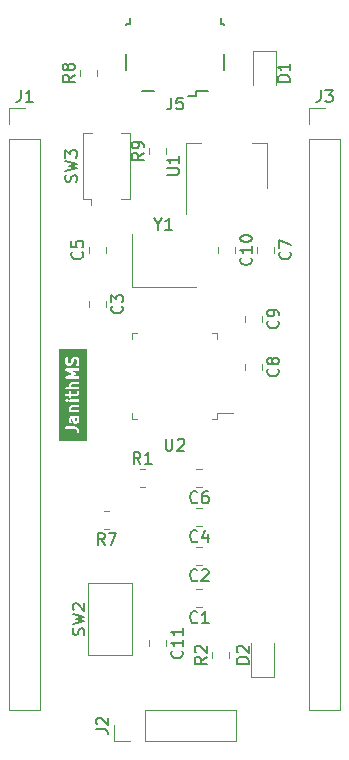
<source format=gbr>
G04 #@! TF.GenerationSoftware,KiCad,Pcbnew,7.0.5*
G04 #@! TF.CreationDate,2023-06-26T03:35:33+05:30*
G04 #@! TF.ProjectId,STM32_Dev_Board_v0.1,53544d33-325f-4446-9576-5f426f617264,rev?*
G04 #@! TF.SameCoordinates,Original*
G04 #@! TF.FileFunction,Legend,Top*
G04 #@! TF.FilePolarity,Positive*
%FSLAX46Y46*%
G04 Gerber Fmt 4.6, Leading zero omitted, Abs format (unit mm)*
G04 Created by KiCad (PCBNEW 7.0.5) date 2023-06-26 03:35:33*
%MOMM*%
%LPD*%
G01*
G04 APERTURE LIST*
%ADD10C,0.200000*%
%ADD11C,0.150000*%
%ADD12C,0.120000*%
G04 APERTURE END LIST*
D10*
G36*
X80622927Y-78261308D02*
G01*
X80622927Y-78452191D01*
X80600772Y-78496499D01*
X80556463Y-78518654D01*
X80508437Y-78518654D01*
X80464128Y-78496499D01*
X80441974Y-78452190D01*
X80441974Y-78243086D01*
X80442041Y-78242464D01*
X80613505Y-78242464D01*
X80622927Y-78261308D01*
G37*
G36*
X81463565Y-80163893D02*
G01*
X79077851Y-80163893D01*
X79077851Y-79062058D01*
X79619766Y-79062058D01*
X79644161Y-79115477D01*
X79693564Y-79147226D01*
X80420984Y-79147226D01*
X80526051Y-79182248D01*
X80587904Y-79244100D01*
X80622927Y-79349166D01*
X80622927Y-79442557D01*
X80635250Y-79484525D01*
X80679632Y-79522982D01*
X80737759Y-79531339D01*
X80791178Y-79506944D01*
X80822927Y-79457541D01*
X80822927Y-79345478D01*
X80827081Y-79329173D01*
X80818367Y-79303032D01*
X80810604Y-79276593D01*
X80809127Y-79275313D01*
X80771879Y-79163570D01*
X80766781Y-79140135D01*
X80752331Y-79125685D01*
X80740667Y-79108902D01*
X80731935Y-79105289D01*
X80654585Y-79027940D01*
X80639547Y-79009262D01*
X80620160Y-79002799D01*
X80602222Y-78993005D01*
X80592797Y-78993678D01*
X80480730Y-78956323D01*
X80466575Y-78947226D01*
X80439020Y-78947226D01*
X80411482Y-78946230D01*
X80409802Y-78947226D01*
X79708548Y-78947226D01*
X79666580Y-78959549D01*
X79628123Y-79003931D01*
X79619766Y-79062058D01*
X79077851Y-79062058D01*
X79077851Y-78296509D01*
X79952640Y-78296509D01*
X79956260Y-78305237D01*
X79956260Y-78470411D01*
X79953686Y-78494255D01*
X79962824Y-78512531D01*
X79968583Y-78532144D01*
X79975724Y-78538332D01*
X80020867Y-78628617D01*
X80050657Y-78660643D01*
X80107552Y-78675192D01*
X80163280Y-78656672D01*
X80200150Y-78610962D01*
X80206453Y-78552576D01*
X80156260Y-78452190D01*
X80156260Y-78308927D01*
X80178414Y-78264618D01*
X80222723Y-78242464D01*
X80232552Y-78242464D01*
X80241974Y-78261307D01*
X80241974Y-78470411D01*
X80239400Y-78494255D01*
X80248538Y-78512531D01*
X80254297Y-78532144D01*
X80261438Y-78538332D01*
X80288757Y-78592969D01*
X80288620Y-78596855D01*
X80301770Y-78618995D01*
X80306581Y-78628617D01*
X80309081Y-78631305D01*
X80318609Y-78647346D01*
X80328691Y-78652387D01*
X80336371Y-78660643D01*
X80354447Y-78665265D01*
X80435292Y-78705688D01*
X80455468Y-78718654D01*
X80475903Y-78718654D01*
X80496019Y-78722274D01*
X80504747Y-78718654D01*
X80574684Y-78718654D01*
X80598527Y-78721228D01*
X80616804Y-78712089D01*
X80636416Y-78706331D01*
X80642603Y-78699190D01*
X80697243Y-78671870D01*
X80701128Y-78672008D01*
X80723258Y-78658863D01*
X80732890Y-78654048D01*
X80735581Y-78651544D01*
X80751619Y-78642019D01*
X80756660Y-78631936D01*
X80764916Y-78624257D01*
X80769538Y-78606180D01*
X80809961Y-78525335D01*
X80822927Y-78505160D01*
X80822927Y-78484724D01*
X80826547Y-78464609D01*
X80822927Y-78455880D01*
X80822927Y-78243086D01*
X80825501Y-78219243D01*
X80816362Y-78200965D01*
X80813373Y-78190787D01*
X80817731Y-78185759D01*
X80826088Y-78127632D01*
X80801693Y-78074213D01*
X80752290Y-78042464D01*
X80687892Y-78042464D01*
X80671635Y-78038307D01*
X80659126Y-78042464D01*
X80306939Y-78042464D01*
X80290682Y-78038307D01*
X80278173Y-78042464D01*
X80204501Y-78042464D01*
X80180658Y-78039890D01*
X80162380Y-78049028D01*
X80142770Y-78054787D01*
X80136582Y-78061928D01*
X80081944Y-78089247D01*
X80078059Y-78089110D01*
X80055919Y-78102259D01*
X80046297Y-78107071D01*
X80043608Y-78109571D01*
X80027568Y-78119099D01*
X80022527Y-78129180D01*
X80014270Y-78136861D01*
X80009646Y-78154941D01*
X79969227Y-78235779D01*
X79956260Y-78255958D01*
X79956260Y-78276393D01*
X79952640Y-78296509D01*
X79077851Y-78296509D01*
X79077851Y-77391747D01*
X79952640Y-77391747D01*
X79956260Y-77400475D01*
X79956260Y-77518030D01*
X79953686Y-77541874D01*
X79962824Y-77560150D01*
X79968583Y-77579763D01*
X79975724Y-77585951D01*
X79982243Y-77598988D01*
X79961456Y-77622978D01*
X79953099Y-77681105D01*
X79977494Y-77734524D01*
X80026897Y-77766273D01*
X80125974Y-77766273D01*
X80129344Y-77768113D01*
X80155067Y-77766273D01*
X80737306Y-77766273D01*
X80779274Y-77753950D01*
X80817731Y-77709568D01*
X80826088Y-77651441D01*
X80801693Y-77598022D01*
X80752290Y-77566273D01*
X80192919Y-77566273D01*
X80186064Y-77559418D01*
X80156260Y-77499809D01*
X80156260Y-77404165D01*
X80178414Y-77359856D01*
X80222723Y-77337702D01*
X80737306Y-77337702D01*
X80779274Y-77325379D01*
X80817731Y-77280997D01*
X80826088Y-77222870D01*
X80801693Y-77169451D01*
X80752290Y-77137702D01*
X80204501Y-77137702D01*
X80180658Y-77135128D01*
X80162380Y-77144266D01*
X80142770Y-77150025D01*
X80136582Y-77157166D01*
X80081944Y-77184485D01*
X80078059Y-77184348D01*
X80055919Y-77197497D01*
X80046297Y-77202309D01*
X80043608Y-77204809D01*
X80027568Y-77214337D01*
X80022527Y-77224418D01*
X80014270Y-77232099D01*
X80009646Y-77250179D01*
X79969227Y-77331017D01*
X79956260Y-77351196D01*
X79956260Y-77371631D01*
X79952640Y-77391747D01*
X79077851Y-77391747D01*
X79077851Y-76754076D01*
X79618970Y-76754076D01*
X79621376Y-76765138D01*
X79619766Y-76776343D01*
X79624468Y-76786640D01*
X79625276Y-76797933D01*
X79629836Y-76804025D01*
X79631454Y-76811459D01*
X79639457Y-76819462D01*
X79644161Y-76829762D01*
X79653684Y-76835882D01*
X79660469Y-76844945D01*
X79667599Y-76847604D01*
X79694774Y-76874779D01*
X79708088Y-76892564D01*
X79728900Y-76900326D01*
X79748392Y-76910970D01*
X79755980Y-76910427D01*
X79763111Y-76913087D01*
X79784818Y-76908364D01*
X79806968Y-76906780D01*
X79813058Y-76902220D01*
X79820494Y-76900603D01*
X79836199Y-76884897D01*
X79853979Y-76871588D01*
X79856638Y-76864458D01*
X79870826Y-76850270D01*
X79874512Y-76849188D01*
X79886701Y-76835120D01*
X79901598Y-76823969D01*
X79905553Y-76813363D01*
X79912969Y-76804806D01*
X79914580Y-76793599D01*
X79920005Y-76783665D01*
X79919481Y-76776343D01*
X79953099Y-76776343D01*
X79977494Y-76829762D01*
X80026897Y-76861511D01*
X80737306Y-76861511D01*
X80779274Y-76849188D01*
X80817731Y-76804806D01*
X80826088Y-76746679D01*
X80801693Y-76693260D01*
X80752290Y-76661511D01*
X80041881Y-76661511D01*
X79999913Y-76673834D01*
X79961456Y-76718216D01*
X79953099Y-76776343D01*
X79919481Y-76776343D01*
X79919462Y-76776074D01*
X79922121Y-76768946D01*
X79919714Y-76757885D01*
X79921326Y-76746679D01*
X79916622Y-76736379D01*
X79915815Y-76725089D01*
X79911255Y-76718998D01*
X79909638Y-76711563D01*
X79901634Y-76703559D01*
X79896931Y-76693260D01*
X79887405Y-76687138D01*
X79880623Y-76678078D01*
X79873493Y-76675418D01*
X79846313Y-76648238D01*
X79833004Y-76630459D01*
X79812197Y-76622698D01*
X79792700Y-76612052D01*
X79785109Y-76612594D01*
X79777981Y-76609936D01*
X79756281Y-76614656D01*
X79734124Y-76616241D01*
X79728031Y-76620801D01*
X79720598Y-76622419D01*
X79704896Y-76638120D01*
X79687112Y-76651434D01*
X79684452Y-76658564D01*
X79670265Y-76672751D01*
X79666580Y-76673834D01*
X79654392Y-76687899D01*
X79639493Y-76699053D01*
X79635536Y-76709660D01*
X79628123Y-76718216D01*
X79626511Y-76729422D01*
X79621087Y-76739357D01*
X79621629Y-76746945D01*
X79618970Y-76754076D01*
X79077851Y-76754076D01*
X79077851Y-76300153D01*
X79619766Y-76300153D01*
X79644161Y-76353572D01*
X79693564Y-76385321D01*
X79956260Y-76385321D01*
X79956260Y-76442557D01*
X79968583Y-76484525D01*
X80012965Y-76522982D01*
X80071092Y-76531339D01*
X80124511Y-76506944D01*
X80156260Y-76457541D01*
X80156260Y-76385321D01*
X80574684Y-76385321D01*
X80598527Y-76387895D01*
X80616804Y-76378756D01*
X80636416Y-76372998D01*
X80642603Y-76365857D01*
X80697243Y-76338537D01*
X80701128Y-76338675D01*
X80723258Y-76325530D01*
X80732890Y-76320715D01*
X80735581Y-76318211D01*
X80751619Y-76308686D01*
X80756660Y-76298603D01*
X80764916Y-76290924D01*
X80769538Y-76272847D01*
X80809961Y-76192002D01*
X80822927Y-76171827D01*
X80822927Y-76151391D01*
X80826547Y-76131276D01*
X80822927Y-76122547D01*
X80822927Y-76032847D01*
X80810604Y-75990879D01*
X80766222Y-75952422D01*
X80708095Y-75944065D01*
X80654676Y-75968460D01*
X80622927Y-76017863D01*
X80622927Y-76118858D01*
X80600772Y-76163166D01*
X80556463Y-76185321D01*
X80156260Y-76185321D01*
X80156260Y-76032847D01*
X80143937Y-75990879D01*
X80099555Y-75952422D01*
X80041428Y-75944065D01*
X79988009Y-75968460D01*
X79956260Y-76017863D01*
X79956260Y-76185321D01*
X79708548Y-76185321D01*
X79666580Y-76197644D01*
X79628123Y-76242026D01*
X79619766Y-76300153D01*
X79077851Y-76300153D01*
X79077851Y-75728724D01*
X79619766Y-75728724D01*
X79644161Y-75782143D01*
X79693564Y-75813892D01*
X80125974Y-75813892D01*
X80129344Y-75815732D01*
X80155067Y-75813892D01*
X80737306Y-75813892D01*
X80779274Y-75801569D01*
X80817731Y-75757187D01*
X80826088Y-75699060D01*
X80801693Y-75645641D01*
X80752290Y-75613892D01*
X80192919Y-75613892D01*
X80186064Y-75607037D01*
X80156260Y-75547428D01*
X80156260Y-75451784D01*
X80178414Y-75407475D01*
X80222723Y-75385321D01*
X80737306Y-75385321D01*
X80779274Y-75372998D01*
X80817731Y-75328616D01*
X80826088Y-75270489D01*
X80801693Y-75217070D01*
X80752290Y-75185321D01*
X80204501Y-75185321D01*
X80180658Y-75182747D01*
X80162380Y-75191885D01*
X80142770Y-75197644D01*
X80136582Y-75204785D01*
X80081944Y-75232104D01*
X80078059Y-75231967D01*
X80055919Y-75245116D01*
X80046297Y-75249928D01*
X80043608Y-75252428D01*
X80027568Y-75261956D01*
X80022527Y-75272037D01*
X80014270Y-75279718D01*
X80009646Y-75297798D01*
X79969227Y-75378636D01*
X79956260Y-75398815D01*
X79956260Y-75419250D01*
X79952640Y-75439366D01*
X79956260Y-75448094D01*
X79956260Y-75565649D01*
X79953686Y-75589493D01*
X79962824Y-75607769D01*
X79964622Y-75613892D01*
X79708548Y-75613892D01*
X79666580Y-75626215D01*
X79628123Y-75670597D01*
X79619766Y-75728724D01*
X79077851Y-75728724D01*
X79077851Y-74809988D01*
X79618708Y-74809988D01*
X79620787Y-74816859D01*
X79619766Y-74823962D01*
X79629162Y-74844537D01*
X79635716Y-74866196D01*
X79641179Y-74870851D01*
X79644161Y-74877381D01*
X79663192Y-74889611D01*
X79680413Y-74904287D01*
X79687526Y-74905249D01*
X79693564Y-74909130D01*
X79716188Y-74909130D01*
X79738607Y-74912165D01*
X79745111Y-74909130D01*
X80737306Y-74909130D01*
X80779274Y-74896807D01*
X80817731Y-74852425D01*
X80826088Y-74794298D01*
X80801693Y-74740879D01*
X80752290Y-74709130D01*
X80173683Y-74709130D01*
X80478734Y-74566773D01*
X80504813Y-74555122D01*
X80513477Y-74541880D01*
X80525350Y-74531420D01*
X80529223Y-74517816D01*
X80536967Y-74505982D01*
X80537097Y-74490159D01*
X80541431Y-74474939D01*
X80537334Y-74461400D01*
X80537451Y-74447258D01*
X80529005Y-74433876D01*
X80524423Y-74418731D01*
X80513657Y-74409556D01*
X80506109Y-74397596D01*
X80491771Y-74390905D01*
X80479726Y-74380640D01*
X80465707Y-74378742D01*
X80173684Y-74242464D01*
X80737306Y-74242464D01*
X80779274Y-74230141D01*
X80817731Y-74185759D01*
X80826088Y-74127632D01*
X80801693Y-74074213D01*
X80752290Y-74042464D01*
X79730496Y-74042464D01*
X79708944Y-74039184D01*
X79688287Y-74048412D01*
X79666580Y-74054787D01*
X79661879Y-74060212D01*
X79655326Y-74063140D01*
X79642938Y-74082070D01*
X79628123Y-74099169D01*
X79627101Y-74106273D01*
X79623172Y-74112279D01*
X79622985Y-74134902D01*
X79619766Y-74157296D01*
X79622747Y-74163824D01*
X79622688Y-74171003D01*
X79634763Y-74190137D01*
X79644161Y-74210715D01*
X79650199Y-74214595D01*
X79654030Y-74220665D01*
X79674529Y-74230231D01*
X79693564Y-74242464D01*
X79700742Y-74242464D01*
X80200741Y-74475796D01*
X79687492Y-74715312D01*
X79666580Y-74721453D01*
X79651765Y-74738549D01*
X79634789Y-74753507D01*
X79632823Y-74760410D01*
X79628123Y-74765835D01*
X79624903Y-74788227D01*
X79618708Y-74809988D01*
X79077851Y-74809988D01*
X79077851Y-73541874D01*
X79620353Y-73541874D01*
X79629491Y-73560150D01*
X79635250Y-73579763D01*
X79642391Y-73585951D01*
X79675495Y-73652159D01*
X79679073Y-73668602D01*
X79698552Y-73688081D01*
X79717324Y-73708262D01*
X79719217Y-73708746D01*
X79738588Y-73728117D01*
X79747181Y-73742584D01*
X79771817Y-73754902D01*
X79796011Y-73768113D01*
X79797959Y-73767973D01*
X79863864Y-73800926D01*
X79884040Y-73813892D01*
X79904475Y-73813892D01*
X79924591Y-73817512D01*
X79933319Y-73813892D01*
X80003256Y-73813892D01*
X80027099Y-73816466D01*
X80045375Y-73807327D01*
X80064988Y-73801569D01*
X80071176Y-73794427D01*
X80137384Y-73761323D01*
X80153827Y-73757746D01*
X80173306Y-73738266D01*
X80193487Y-73719495D01*
X80193971Y-73717601D01*
X80213342Y-73698230D01*
X80227809Y-73689638D01*
X80240127Y-73665001D01*
X80253338Y-73640808D01*
X80253198Y-73638859D01*
X80280593Y-73584069D01*
X80289010Y-73576156D01*
X80293469Y-73558317D01*
X80294990Y-73555277D01*
X80296943Y-73544422D01*
X80341088Y-73367840D01*
X80376540Y-73296937D01*
X80401210Y-73272268D01*
X80460818Y-73242464D01*
X80508844Y-73242464D01*
X80568452Y-73272268D01*
X80593123Y-73296939D01*
X80622927Y-73356546D01*
X80622927Y-73554807D01*
X80575893Y-73695910D01*
X80574312Y-73739622D01*
X80604255Y-73790140D01*
X80656756Y-73816449D01*
X80715149Y-73810199D01*
X80760891Y-73773371D01*
X80813829Y-73614553D01*
X80822927Y-73600398D01*
X80822927Y-73572843D01*
X80823923Y-73545306D01*
X80822927Y-73543625D01*
X80822927Y-73338324D01*
X80825501Y-73314481D01*
X80816362Y-73296203D01*
X80810604Y-73276593D01*
X80803462Y-73270405D01*
X80770358Y-73204196D01*
X80766781Y-73187753D01*
X80747300Y-73168272D01*
X80728530Y-73148093D01*
X80726635Y-73147608D01*
X80707263Y-73128236D01*
X80698672Y-73113772D01*
X80674047Y-73101459D01*
X80649841Y-73088242D01*
X80647891Y-73088381D01*
X80581991Y-73055431D01*
X80561813Y-73042464D01*
X80541377Y-73042464D01*
X80521262Y-73038844D01*
X80512534Y-73042464D01*
X80442596Y-73042464D01*
X80418753Y-73039890D01*
X80400475Y-73049028D01*
X80380865Y-73054787D01*
X80374677Y-73061928D01*
X80308466Y-73095033D01*
X80292026Y-73098610D01*
X80272551Y-73118084D01*
X80252365Y-73136861D01*
X80251880Y-73138755D01*
X80232510Y-73158125D01*
X80218044Y-73166718D01*
X80205726Y-73191352D01*
X80192515Y-73215548D01*
X80192654Y-73217497D01*
X80165260Y-73272285D01*
X80156843Y-73280200D01*
X80152383Y-73298040D01*
X80150863Y-73301080D01*
X80148910Y-73311931D01*
X80104763Y-73488516D01*
X80069312Y-73559418D01*
X80044643Y-73584087D01*
X79985035Y-73613892D01*
X79937009Y-73613892D01*
X79877401Y-73584088D01*
X79852731Y-73559418D01*
X79822927Y-73499809D01*
X79822927Y-73301548D01*
X79869961Y-73160446D01*
X79871542Y-73116735D01*
X79841599Y-73066217D01*
X79789097Y-73039907D01*
X79730705Y-73046158D01*
X79684963Y-73082986D01*
X79632024Y-73241802D01*
X79622927Y-73255958D01*
X79622927Y-73283513D01*
X79621931Y-73311051D01*
X79622927Y-73312731D01*
X79622927Y-73518030D01*
X79620353Y-73541874D01*
X79077851Y-73541874D01*
X79077851Y-72359131D01*
X81463565Y-72359131D01*
X81463565Y-80163893D01*
G37*
D11*
X80576900Y-58229332D02*
X80624519Y-58086475D01*
X80624519Y-58086475D02*
X80624519Y-57848380D01*
X80624519Y-57848380D02*
X80576900Y-57753142D01*
X80576900Y-57753142D02*
X80529280Y-57705523D01*
X80529280Y-57705523D02*
X80434042Y-57657904D01*
X80434042Y-57657904D02*
X80338804Y-57657904D01*
X80338804Y-57657904D02*
X80243566Y-57705523D01*
X80243566Y-57705523D02*
X80195947Y-57753142D01*
X80195947Y-57753142D02*
X80148328Y-57848380D01*
X80148328Y-57848380D02*
X80100709Y-58038856D01*
X80100709Y-58038856D02*
X80053090Y-58134094D01*
X80053090Y-58134094D02*
X80005471Y-58181713D01*
X80005471Y-58181713D02*
X79910233Y-58229332D01*
X79910233Y-58229332D02*
X79814995Y-58229332D01*
X79814995Y-58229332D02*
X79719757Y-58181713D01*
X79719757Y-58181713D02*
X79672138Y-58134094D01*
X79672138Y-58134094D02*
X79624519Y-58038856D01*
X79624519Y-58038856D02*
X79624519Y-57800761D01*
X79624519Y-57800761D02*
X79672138Y-57657904D01*
X79624519Y-57324570D02*
X80624519Y-57086475D01*
X80624519Y-57086475D02*
X79910233Y-56895999D01*
X79910233Y-56895999D02*
X80624519Y-56705523D01*
X80624519Y-56705523D02*
X79624519Y-56467428D01*
X79624519Y-56181713D02*
X79624519Y-55562666D01*
X79624519Y-55562666D02*
X80005471Y-55895999D01*
X80005471Y-55895999D02*
X80005471Y-55753142D01*
X80005471Y-55753142D02*
X80053090Y-55657904D01*
X80053090Y-55657904D02*
X80100709Y-55610285D01*
X80100709Y-55610285D02*
X80195947Y-55562666D01*
X80195947Y-55562666D02*
X80434042Y-55562666D01*
X80434042Y-55562666D02*
X80529280Y-55610285D01*
X80529280Y-55610285D02*
X80576900Y-55657904D01*
X80576900Y-55657904D02*
X80624519Y-55753142D01*
X80624519Y-55753142D02*
X80624519Y-56038856D01*
X80624519Y-56038856D02*
X80576900Y-56134094D01*
X80576900Y-56134094D02*
X80529280Y-56181713D01*
X101266666Y-50464819D02*
X101266666Y-51179104D01*
X101266666Y-51179104D02*
X101219047Y-51321961D01*
X101219047Y-51321961D02*
X101123809Y-51417200D01*
X101123809Y-51417200D02*
X100980952Y-51464819D01*
X100980952Y-51464819D02*
X100885714Y-51464819D01*
X101647619Y-50464819D02*
X102266666Y-50464819D01*
X102266666Y-50464819D02*
X101933333Y-50845771D01*
X101933333Y-50845771D02*
X102076190Y-50845771D01*
X102076190Y-50845771D02*
X102171428Y-50893390D01*
X102171428Y-50893390D02*
X102219047Y-50941009D01*
X102219047Y-50941009D02*
X102266666Y-51036247D01*
X102266666Y-51036247D02*
X102266666Y-51274342D01*
X102266666Y-51274342D02*
X102219047Y-51369580D01*
X102219047Y-51369580D02*
X102171428Y-51417200D01*
X102171428Y-51417200D02*
X102076190Y-51464819D01*
X102076190Y-51464819D02*
X101790476Y-51464819D01*
X101790476Y-51464819D02*
X101695238Y-51417200D01*
X101695238Y-51417200D02*
X101647619Y-51369580D01*
X75866666Y-50464819D02*
X75866666Y-51179104D01*
X75866666Y-51179104D02*
X75819047Y-51321961D01*
X75819047Y-51321961D02*
X75723809Y-51417200D01*
X75723809Y-51417200D02*
X75580952Y-51464819D01*
X75580952Y-51464819D02*
X75485714Y-51464819D01*
X76866666Y-51464819D02*
X76295238Y-51464819D01*
X76580952Y-51464819D02*
X76580952Y-50464819D01*
X76580952Y-50464819D02*
X76485714Y-50607676D01*
X76485714Y-50607676D02*
X76390476Y-50702914D01*
X76390476Y-50702914D02*
X76295238Y-50750533D01*
X87484509Y-61818628D02*
X87484509Y-62294819D01*
X87151176Y-61294819D02*
X87484509Y-61818628D01*
X87484509Y-61818628D02*
X87817842Y-61294819D01*
X88674985Y-62294819D02*
X88103557Y-62294819D01*
X88389271Y-62294819D02*
X88389271Y-61294819D01*
X88389271Y-61294819D02*
X88294033Y-61437676D01*
X88294033Y-61437676D02*
X88198795Y-61532914D01*
X88198795Y-61532914D02*
X88103557Y-61580533D01*
X88138095Y-79988819D02*
X88138095Y-80798342D01*
X88138095Y-80798342D02*
X88185714Y-80893580D01*
X88185714Y-80893580D02*
X88233333Y-80941200D01*
X88233333Y-80941200D02*
X88328571Y-80988819D01*
X88328571Y-80988819D02*
X88519047Y-80988819D01*
X88519047Y-80988819D02*
X88614285Y-80941200D01*
X88614285Y-80941200D02*
X88661904Y-80893580D01*
X88661904Y-80893580D02*
X88709523Y-80798342D01*
X88709523Y-80798342D02*
X88709523Y-79988819D01*
X89138095Y-80084057D02*
X89185714Y-80036438D01*
X89185714Y-80036438D02*
X89280952Y-79988819D01*
X89280952Y-79988819D02*
X89519047Y-79988819D01*
X89519047Y-79988819D02*
X89614285Y-80036438D01*
X89614285Y-80036438D02*
X89661904Y-80084057D01*
X89661904Y-80084057D02*
X89709523Y-80179295D01*
X89709523Y-80179295D02*
X89709523Y-80274533D01*
X89709523Y-80274533D02*
X89661904Y-80417390D01*
X89661904Y-80417390D02*
X89090476Y-80988819D01*
X89090476Y-80988819D02*
X89709523Y-80988819D01*
X88249519Y-57657904D02*
X89059042Y-57657904D01*
X89059042Y-57657904D02*
X89154280Y-57610285D01*
X89154280Y-57610285D02*
X89201900Y-57562666D01*
X89201900Y-57562666D02*
X89249519Y-57467428D01*
X89249519Y-57467428D02*
X89249519Y-57276952D01*
X89249519Y-57276952D02*
X89201900Y-57181714D01*
X89201900Y-57181714D02*
X89154280Y-57134095D01*
X89154280Y-57134095D02*
X89059042Y-57086476D01*
X89059042Y-57086476D02*
X88249519Y-57086476D01*
X89249519Y-56086476D02*
X89249519Y-56657904D01*
X89249519Y-56372190D02*
X88249519Y-56372190D01*
X88249519Y-56372190D02*
X88392376Y-56467428D01*
X88392376Y-56467428D02*
X88487614Y-56562666D01*
X88487614Y-56562666D02*
X88535233Y-56657904D01*
X81195900Y-96583332D02*
X81243519Y-96440475D01*
X81243519Y-96440475D02*
X81243519Y-96202380D01*
X81243519Y-96202380D02*
X81195900Y-96107142D01*
X81195900Y-96107142D02*
X81148280Y-96059523D01*
X81148280Y-96059523D02*
X81053042Y-96011904D01*
X81053042Y-96011904D02*
X80957804Y-96011904D01*
X80957804Y-96011904D02*
X80862566Y-96059523D01*
X80862566Y-96059523D02*
X80814947Y-96107142D01*
X80814947Y-96107142D02*
X80767328Y-96202380D01*
X80767328Y-96202380D02*
X80719709Y-96392856D01*
X80719709Y-96392856D02*
X80672090Y-96488094D01*
X80672090Y-96488094D02*
X80624471Y-96535713D01*
X80624471Y-96535713D02*
X80529233Y-96583332D01*
X80529233Y-96583332D02*
X80433995Y-96583332D01*
X80433995Y-96583332D02*
X80338757Y-96535713D01*
X80338757Y-96535713D02*
X80291138Y-96488094D01*
X80291138Y-96488094D02*
X80243519Y-96392856D01*
X80243519Y-96392856D02*
X80243519Y-96154761D01*
X80243519Y-96154761D02*
X80291138Y-96011904D01*
X80243519Y-95678570D02*
X81243519Y-95440475D01*
X81243519Y-95440475D02*
X80529233Y-95249999D01*
X80529233Y-95249999D02*
X81243519Y-95059523D01*
X81243519Y-95059523D02*
X80243519Y-94821428D01*
X80338757Y-94488094D02*
X80291138Y-94440475D01*
X80291138Y-94440475D02*
X80243519Y-94345237D01*
X80243519Y-94345237D02*
X80243519Y-94107142D01*
X80243519Y-94107142D02*
X80291138Y-94011904D01*
X80291138Y-94011904D02*
X80338757Y-93964285D01*
X80338757Y-93964285D02*
X80433995Y-93916666D01*
X80433995Y-93916666D02*
X80529233Y-93916666D01*
X80529233Y-93916666D02*
X80672090Y-93964285D01*
X80672090Y-93964285D02*
X81243519Y-94535713D01*
X81243519Y-94535713D02*
X81243519Y-93916666D01*
X86257519Y-55792666D02*
X85781328Y-56125999D01*
X86257519Y-56364094D02*
X85257519Y-56364094D01*
X85257519Y-56364094D02*
X85257519Y-55983142D01*
X85257519Y-55983142D02*
X85305138Y-55887904D01*
X85305138Y-55887904D02*
X85352757Y-55840285D01*
X85352757Y-55840285D02*
X85447995Y-55792666D01*
X85447995Y-55792666D02*
X85590852Y-55792666D01*
X85590852Y-55792666D02*
X85686090Y-55840285D01*
X85686090Y-55840285D02*
X85733709Y-55887904D01*
X85733709Y-55887904D02*
X85781328Y-55983142D01*
X85781328Y-55983142D02*
X85781328Y-56364094D01*
X86257519Y-55316475D02*
X86257519Y-55125999D01*
X86257519Y-55125999D02*
X86209900Y-55030761D01*
X86209900Y-55030761D02*
X86162280Y-54983142D01*
X86162280Y-54983142D02*
X86019423Y-54887904D01*
X86019423Y-54887904D02*
X85828947Y-54840285D01*
X85828947Y-54840285D02*
X85447995Y-54840285D01*
X85447995Y-54840285D02*
X85352757Y-54887904D01*
X85352757Y-54887904D02*
X85305138Y-54935523D01*
X85305138Y-54935523D02*
X85257519Y-55030761D01*
X85257519Y-55030761D02*
X85257519Y-55221237D01*
X85257519Y-55221237D02*
X85305138Y-55316475D01*
X85305138Y-55316475D02*
X85352757Y-55364094D01*
X85352757Y-55364094D02*
X85447995Y-55411713D01*
X85447995Y-55411713D02*
X85686090Y-55411713D01*
X85686090Y-55411713D02*
X85781328Y-55364094D01*
X85781328Y-55364094D02*
X85828947Y-55316475D01*
X85828947Y-55316475D02*
X85876566Y-55221237D01*
X85876566Y-55221237D02*
X85876566Y-55030761D01*
X85876566Y-55030761D02*
X85828947Y-54935523D01*
X85828947Y-54935523D02*
X85781328Y-54887904D01*
X85781328Y-54887904D02*
X85686090Y-54840285D01*
X80415519Y-49188666D02*
X79939328Y-49521999D01*
X80415519Y-49760094D02*
X79415519Y-49760094D01*
X79415519Y-49760094D02*
X79415519Y-49379142D01*
X79415519Y-49379142D02*
X79463138Y-49283904D01*
X79463138Y-49283904D02*
X79510757Y-49236285D01*
X79510757Y-49236285D02*
X79605995Y-49188666D01*
X79605995Y-49188666D02*
X79748852Y-49188666D01*
X79748852Y-49188666D02*
X79844090Y-49236285D01*
X79844090Y-49236285D02*
X79891709Y-49283904D01*
X79891709Y-49283904D02*
X79939328Y-49379142D01*
X79939328Y-49379142D02*
X79939328Y-49760094D01*
X79844090Y-48617237D02*
X79796471Y-48712475D01*
X79796471Y-48712475D02*
X79748852Y-48760094D01*
X79748852Y-48760094D02*
X79653614Y-48807713D01*
X79653614Y-48807713D02*
X79605995Y-48807713D01*
X79605995Y-48807713D02*
X79510757Y-48760094D01*
X79510757Y-48760094D02*
X79463138Y-48712475D01*
X79463138Y-48712475D02*
X79415519Y-48617237D01*
X79415519Y-48617237D02*
X79415519Y-48426761D01*
X79415519Y-48426761D02*
X79463138Y-48331523D01*
X79463138Y-48331523D02*
X79510757Y-48283904D01*
X79510757Y-48283904D02*
X79605995Y-48236285D01*
X79605995Y-48236285D02*
X79653614Y-48236285D01*
X79653614Y-48236285D02*
X79748852Y-48283904D01*
X79748852Y-48283904D02*
X79796471Y-48331523D01*
X79796471Y-48331523D02*
X79844090Y-48426761D01*
X79844090Y-48426761D02*
X79844090Y-48617237D01*
X79844090Y-48617237D02*
X79891709Y-48712475D01*
X79891709Y-48712475D02*
X79939328Y-48760094D01*
X79939328Y-48760094D02*
X80034566Y-48807713D01*
X80034566Y-48807713D02*
X80225042Y-48807713D01*
X80225042Y-48807713D02*
X80320280Y-48760094D01*
X80320280Y-48760094D02*
X80367900Y-48712475D01*
X80367900Y-48712475D02*
X80415519Y-48617237D01*
X80415519Y-48617237D02*
X80415519Y-48426761D01*
X80415519Y-48426761D02*
X80367900Y-48331523D01*
X80367900Y-48331523D02*
X80320280Y-48283904D01*
X80320280Y-48283904D02*
X80225042Y-48236285D01*
X80225042Y-48236285D02*
X80034566Y-48236285D01*
X80034566Y-48236285D02*
X79939328Y-48283904D01*
X79939328Y-48283904D02*
X79891709Y-48331523D01*
X79891709Y-48331523D02*
X79844090Y-48426761D01*
X82968033Y-88972819D02*
X82634700Y-88496628D01*
X82396605Y-88972819D02*
X82396605Y-87972819D01*
X82396605Y-87972819D02*
X82777557Y-87972819D01*
X82777557Y-87972819D02*
X82872795Y-88020438D01*
X82872795Y-88020438D02*
X82920414Y-88068057D01*
X82920414Y-88068057D02*
X82968033Y-88163295D01*
X82968033Y-88163295D02*
X82968033Y-88306152D01*
X82968033Y-88306152D02*
X82920414Y-88401390D01*
X82920414Y-88401390D02*
X82872795Y-88449009D01*
X82872795Y-88449009D02*
X82777557Y-88496628D01*
X82777557Y-88496628D02*
X82396605Y-88496628D01*
X83301367Y-87972819D02*
X83968033Y-87972819D01*
X83968033Y-87972819D02*
X83539462Y-88972819D01*
X91591519Y-98464666D02*
X91115328Y-98797999D01*
X91591519Y-99036094D02*
X90591519Y-99036094D01*
X90591519Y-99036094D02*
X90591519Y-98655142D01*
X90591519Y-98655142D02*
X90639138Y-98559904D01*
X90639138Y-98559904D02*
X90686757Y-98512285D01*
X90686757Y-98512285D02*
X90781995Y-98464666D01*
X90781995Y-98464666D02*
X90924852Y-98464666D01*
X90924852Y-98464666D02*
X91020090Y-98512285D01*
X91020090Y-98512285D02*
X91067709Y-98559904D01*
X91067709Y-98559904D02*
X91115328Y-98655142D01*
X91115328Y-98655142D02*
X91115328Y-99036094D01*
X90686757Y-98083713D02*
X90639138Y-98036094D01*
X90639138Y-98036094D02*
X90591519Y-97940856D01*
X90591519Y-97940856D02*
X90591519Y-97702761D01*
X90591519Y-97702761D02*
X90639138Y-97607523D01*
X90639138Y-97607523D02*
X90686757Y-97559904D01*
X90686757Y-97559904D02*
X90781995Y-97512285D01*
X90781995Y-97512285D02*
X90877233Y-97512285D01*
X90877233Y-97512285D02*
X91020090Y-97559904D01*
X91020090Y-97559904D02*
X91591519Y-98131332D01*
X91591519Y-98131332D02*
X91591519Y-97512285D01*
X86000033Y-82116819D02*
X85666700Y-81640628D01*
X85428605Y-82116819D02*
X85428605Y-81116819D01*
X85428605Y-81116819D02*
X85809557Y-81116819D01*
X85809557Y-81116819D02*
X85904795Y-81164438D01*
X85904795Y-81164438D02*
X85952414Y-81212057D01*
X85952414Y-81212057D02*
X86000033Y-81307295D01*
X86000033Y-81307295D02*
X86000033Y-81450152D01*
X86000033Y-81450152D02*
X85952414Y-81545390D01*
X85952414Y-81545390D02*
X85904795Y-81593009D01*
X85904795Y-81593009D02*
X85809557Y-81640628D01*
X85809557Y-81640628D02*
X85428605Y-81640628D01*
X86952414Y-82116819D02*
X86380986Y-82116819D01*
X86666700Y-82116819D02*
X86666700Y-81116819D01*
X86666700Y-81116819D02*
X86571462Y-81259676D01*
X86571462Y-81259676D02*
X86476224Y-81354914D01*
X86476224Y-81354914D02*
X86380986Y-81402533D01*
X88606666Y-51106219D02*
X88606666Y-51820504D01*
X88606666Y-51820504D02*
X88559047Y-51963361D01*
X88559047Y-51963361D02*
X88463809Y-52058600D01*
X88463809Y-52058600D02*
X88320952Y-52106219D01*
X88320952Y-52106219D02*
X88225714Y-52106219D01*
X89559047Y-51106219D02*
X89082857Y-51106219D01*
X89082857Y-51106219D02*
X89035238Y-51582409D01*
X89035238Y-51582409D02*
X89082857Y-51534790D01*
X89082857Y-51534790D02*
X89178095Y-51487171D01*
X89178095Y-51487171D02*
X89416190Y-51487171D01*
X89416190Y-51487171D02*
X89511428Y-51534790D01*
X89511428Y-51534790D02*
X89559047Y-51582409D01*
X89559047Y-51582409D02*
X89606666Y-51677647D01*
X89606666Y-51677647D02*
X89606666Y-51915742D01*
X89606666Y-51915742D02*
X89559047Y-52010980D01*
X89559047Y-52010980D02*
X89511428Y-52058600D01*
X89511428Y-52058600D02*
X89416190Y-52106219D01*
X89416190Y-52106219D02*
X89178095Y-52106219D01*
X89178095Y-52106219D02*
X89082857Y-52058600D01*
X89082857Y-52058600D02*
X89035238Y-52010980D01*
X82250219Y-104600333D02*
X82964504Y-104600333D01*
X82964504Y-104600333D02*
X83107361Y-104647952D01*
X83107361Y-104647952D02*
X83202600Y-104743190D01*
X83202600Y-104743190D02*
X83250219Y-104886047D01*
X83250219Y-104886047D02*
X83250219Y-104981285D01*
X82345457Y-104171761D02*
X82297838Y-104124142D01*
X82297838Y-104124142D02*
X82250219Y-104028904D01*
X82250219Y-104028904D02*
X82250219Y-103790809D01*
X82250219Y-103790809D02*
X82297838Y-103695571D01*
X82297838Y-103695571D02*
X82345457Y-103647952D01*
X82345457Y-103647952D02*
X82440695Y-103600333D01*
X82440695Y-103600333D02*
X82535933Y-103600333D01*
X82535933Y-103600333D02*
X82678790Y-103647952D01*
X82678790Y-103647952D02*
X83250219Y-104219380D01*
X83250219Y-104219380D02*
X83250219Y-103600333D01*
X95147519Y-99027094D02*
X94147519Y-99027094D01*
X94147519Y-99027094D02*
X94147519Y-98788999D01*
X94147519Y-98788999D02*
X94195138Y-98646142D01*
X94195138Y-98646142D02*
X94290376Y-98550904D01*
X94290376Y-98550904D02*
X94385614Y-98503285D01*
X94385614Y-98503285D02*
X94576090Y-98455666D01*
X94576090Y-98455666D02*
X94718947Y-98455666D01*
X94718947Y-98455666D02*
X94909423Y-98503285D01*
X94909423Y-98503285D02*
X95004661Y-98550904D01*
X95004661Y-98550904D02*
X95099900Y-98646142D01*
X95099900Y-98646142D02*
X95147519Y-98788999D01*
X95147519Y-98788999D02*
X95147519Y-99027094D01*
X94242757Y-98074713D02*
X94195138Y-98027094D01*
X94195138Y-98027094D02*
X94147519Y-97931856D01*
X94147519Y-97931856D02*
X94147519Y-97693761D01*
X94147519Y-97693761D02*
X94195138Y-97598523D01*
X94195138Y-97598523D02*
X94242757Y-97550904D01*
X94242757Y-97550904D02*
X94337995Y-97503285D01*
X94337995Y-97503285D02*
X94433233Y-97503285D01*
X94433233Y-97503285D02*
X94576090Y-97550904D01*
X94576090Y-97550904D02*
X95147519Y-98122332D01*
X95147519Y-98122332D02*
X95147519Y-97503285D01*
X98624819Y-49760094D02*
X97624819Y-49760094D01*
X97624819Y-49760094D02*
X97624819Y-49521999D01*
X97624819Y-49521999D02*
X97672438Y-49379142D01*
X97672438Y-49379142D02*
X97767676Y-49283904D01*
X97767676Y-49283904D02*
X97862914Y-49236285D01*
X97862914Y-49236285D02*
X98053390Y-49188666D01*
X98053390Y-49188666D02*
X98196247Y-49188666D01*
X98196247Y-49188666D02*
X98386723Y-49236285D01*
X98386723Y-49236285D02*
X98481961Y-49283904D01*
X98481961Y-49283904D02*
X98577200Y-49379142D01*
X98577200Y-49379142D02*
X98624819Y-49521999D01*
X98624819Y-49521999D02*
X98624819Y-49760094D01*
X98624819Y-48236285D02*
X98624819Y-48807713D01*
X98624819Y-48521999D02*
X97624819Y-48521999D01*
X97624819Y-48521999D02*
X97767676Y-48617237D01*
X97767676Y-48617237D02*
X97862914Y-48712475D01*
X97862914Y-48712475D02*
X97910533Y-48807713D01*
X89492280Y-97946357D02*
X89539900Y-97993976D01*
X89539900Y-97993976D02*
X89587519Y-98136833D01*
X89587519Y-98136833D02*
X89587519Y-98232071D01*
X89587519Y-98232071D02*
X89539900Y-98374928D01*
X89539900Y-98374928D02*
X89444661Y-98470166D01*
X89444661Y-98470166D02*
X89349423Y-98517785D01*
X89349423Y-98517785D02*
X89158947Y-98565404D01*
X89158947Y-98565404D02*
X89016090Y-98565404D01*
X89016090Y-98565404D02*
X88825614Y-98517785D01*
X88825614Y-98517785D02*
X88730376Y-98470166D01*
X88730376Y-98470166D02*
X88635138Y-98374928D01*
X88635138Y-98374928D02*
X88587519Y-98232071D01*
X88587519Y-98232071D02*
X88587519Y-98136833D01*
X88587519Y-98136833D02*
X88635138Y-97993976D01*
X88635138Y-97993976D02*
X88682757Y-97946357D01*
X89587519Y-96993976D02*
X89587519Y-97565404D01*
X89587519Y-97279690D02*
X88587519Y-97279690D01*
X88587519Y-97279690D02*
X88730376Y-97374928D01*
X88730376Y-97374928D02*
X88825614Y-97470166D01*
X88825614Y-97470166D02*
X88873233Y-97565404D01*
X89587519Y-96041595D02*
X89587519Y-96613023D01*
X89587519Y-96327309D02*
X88587519Y-96327309D01*
X88587519Y-96327309D02*
X88730376Y-96422547D01*
X88730376Y-96422547D02*
X88825614Y-96517785D01*
X88825614Y-96517785D02*
X88873233Y-96613023D01*
X95334280Y-64650857D02*
X95381900Y-64698476D01*
X95381900Y-64698476D02*
X95429519Y-64841333D01*
X95429519Y-64841333D02*
X95429519Y-64936571D01*
X95429519Y-64936571D02*
X95381900Y-65079428D01*
X95381900Y-65079428D02*
X95286661Y-65174666D01*
X95286661Y-65174666D02*
X95191423Y-65222285D01*
X95191423Y-65222285D02*
X95000947Y-65269904D01*
X95000947Y-65269904D02*
X94858090Y-65269904D01*
X94858090Y-65269904D02*
X94667614Y-65222285D01*
X94667614Y-65222285D02*
X94572376Y-65174666D01*
X94572376Y-65174666D02*
X94477138Y-65079428D01*
X94477138Y-65079428D02*
X94429519Y-64936571D01*
X94429519Y-64936571D02*
X94429519Y-64841333D01*
X94429519Y-64841333D02*
X94477138Y-64698476D01*
X94477138Y-64698476D02*
X94524757Y-64650857D01*
X95429519Y-63698476D02*
X95429519Y-64269904D01*
X95429519Y-63984190D02*
X94429519Y-63984190D01*
X94429519Y-63984190D02*
X94572376Y-64079428D01*
X94572376Y-64079428D02*
X94667614Y-64174666D01*
X94667614Y-64174666D02*
X94715233Y-64269904D01*
X94429519Y-63079428D02*
X94429519Y-62984190D01*
X94429519Y-62984190D02*
X94477138Y-62888952D01*
X94477138Y-62888952D02*
X94524757Y-62841333D01*
X94524757Y-62841333D02*
X94619995Y-62793714D01*
X94619995Y-62793714D02*
X94810471Y-62746095D01*
X94810471Y-62746095D02*
X95048566Y-62746095D01*
X95048566Y-62746095D02*
X95239042Y-62793714D01*
X95239042Y-62793714D02*
X95334280Y-62841333D01*
X95334280Y-62841333D02*
X95381900Y-62888952D01*
X95381900Y-62888952D02*
X95429519Y-62984190D01*
X95429519Y-62984190D02*
X95429519Y-63079428D01*
X95429519Y-63079428D02*
X95381900Y-63174666D01*
X95381900Y-63174666D02*
X95334280Y-63222285D01*
X95334280Y-63222285D02*
X95239042Y-63269904D01*
X95239042Y-63269904D02*
X95048566Y-63317523D01*
X95048566Y-63317523D02*
X94810471Y-63317523D01*
X94810471Y-63317523D02*
X94619995Y-63269904D01*
X94619995Y-63269904D02*
X94524757Y-63222285D01*
X94524757Y-63222285D02*
X94477138Y-63174666D01*
X94477138Y-63174666D02*
X94429519Y-63079428D01*
X97620280Y-70016666D02*
X97667900Y-70064285D01*
X97667900Y-70064285D02*
X97715519Y-70207142D01*
X97715519Y-70207142D02*
X97715519Y-70302380D01*
X97715519Y-70302380D02*
X97667900Y-70445237D01*
X97667900Y-70445237D02*
X97572661Y-70540475D01*
X97572661Y-70540475D02*
X97477423Y-70588094D01*
X97477423Y-70588094D02*
X97286947Y-70635713D01*
X97286947Y-70635713D02*
X97144090Y-70635713D01*
X97144090Y-70635713D02*
X96953614Y-70588094D01*
X96953614Y-70588094D02*
X96858376Y-70540475D01*
X96858376Y-70540475D02*
X96763138Y-70445237D01*
X96763138Y-70445237D02*
X96715519Y-70302380D01*
X96715519Y-70302380D02*
X96715519Y-70207142D01*
X96715519Y-70207142D02*
X96763138Y-70064285D01*
X96763138Y-70064285D02*
X96810757Y-70016666D01*
X97715519Y-69540475D02*
X97715519Y-69349999D01*
X97715519Y-69349999D02*
X97667900Y-69254761D01*
X97667900Y-69254761D02*
X97620280Y-69207142D01*
X97620280Y-69207142D02*
X97477423Y-69111904D01*
X97477423Y-69111904D02*
X97286947Y-69064285D01*
X97286947Y-69064285D02*
X96905995Y-69064285D01*
X96905995Y-69064285D02*
X96810757Y-69111904D01*
X96810757Y-69111904D02*
X96763138Y-69159523D01*
X96763138Y-69159523D02*
X96715519Y-69254761D01*
X96715519Y-69254761D02*
X96715519Y-69445237D01*
X96715519Y-69445237D02*
X96763138Y-69540475D01*
X96763138Y-69540475D02*
X96810757Y-69588094D01*
X96810757Y-69588094D02*
X96905995Y-69635713D01*
X96905995Y-69635713D02*
X97144090Y-69635713D01*
X97144090Y-69635713D02*
X97239328Y-69588094D01*
X97239328Y-69588094D02*
X97286947Y-69540475D01*
X97286947Y-69540475D02*
X97334566Y-69445237D01*
X97334566Y-69445237D02*
X97334566Y-69254761D01*
X97334566Y-69254761D02*
X97286947Y-69159523D01*
X97286947Y-69159523D02*
X97239328Y-69111904D01*
X97239328Y-69111904D02*
X97144090Y-69064285D01*
X97620280Y-74080666D02*
X97667900Y-74128285D01*
X97667900Y-74128285D02*
X97715519Y-74271142D01*
X97715519Y-74271142D02*
X97715519Y-74366380D01*
X97715519Y-74366380D02*
X97667900Y-74509237D01*
X97667900Y-74509237D02*
X97572661Y-74604475D01*
X97572661Y-74604475D02*
X97477423Y-74652094D01*
X97477423Y-74652094D02*
X97286947Y-74699713D01*
X97286947Y-74699713D02*
X97144090Y-74699713D01*
X97144090Y-74699713D02*
X96953614Y-74652094D01*
X96953614Y-74652094D02*
X96858376Y-74604475D01*
X96858376Y-74604475D02*
X96763138Y-74509237D01*
X96763138Y-74509237D02*
X96715519Y-74366380D01*
X96715519Y-74366380D02*
X96715519Y-74271142D01*
X96715519Y-74271142D02*
X96763138Y-74128285D01*
X96763138Y-74128285D02*
X96810757Y-74080666D01*
X97144090Y-73509237D02*
X97096471Y-73604475D01*
X97096471Y-73604475D02*
X97048852Y-73652094D01*
X97048852Y-73652094D02*
X96953614Y-73699713D01*
X96953614Y-73699713D02*
X96905995Y-73699713D01*
X96905995Y-73699713D02*
X96810757Y-73652094D01*
X96810757Y-73652094D02*
X96763138Y-73604475D01*
X96763138Y-73604475D02*
X96715519Y-73509237D01*
X96715519Y-73509237D02*
X96715519Y-73318761D01*
X96715519Y-73318761D02*
X96763138Y-73223523D01*
X96763138Y-73223523D02*
X96810757Y-73175904D01*
X96810757Y-73175904D02*
X96905995Y-73128285D01*
X96905995Y-73128285D02*
X96953614Y-73128285D01*
X96953614Y-73128285D02*
X97048852Y-73175904D01*
X97048852Y-73175904D02*
X97096471Y-73223523D01*
X97096471Y-73223523D02*
X97144090Y-73318761D01*
X97144090Y-73318761D02*
X97144090Y-73509237D01*
X97144090Y-73509237D02*
X97191709Y-73604475D01*
X97191709Y-73604475D02*
X97239328Y-73652094D01*
X97239328Y-73652094D02*
X97334566Y-73699713D01*
X97334566Y-73699713D02*
X97525042Y-73699713D01*
X97525042Y-73699713D02*
X97620280Y-73652094D01*
X97620280Y-73652094D02*
X97667900Y-73604475D01*
X97667900Y-73604475D02*
X97715519Y-73509237D01*
X97715519Y-73509237D02*
X97715519Y-73318761D01*
X97715519Y-73318761D02*
X97667900Y-73223523D01*
X97667900Y-73223523D02*
X97620280Y-73175904D01*
X97620280Y-73175904D02*
X97525042Y-73128285D01*
X97525042Y-73128285D02*
X97334566Y-73128285D01*
X97334566Y-73128285D02*
X97239328Y-73175904D01*
X97239328Y-73175904D02*
X97191709Y-73223523D01*
X97191709Y-73223523D02*
X97144090Y-73318761D01*
X98636280Y-64174666D02*
X98683900Y-64222285D01*
X98683900Y-64222285D02*
X98731519Y-64365142D01*
X98731519Y-64365142D02*
X98731519Y-64460380D01*
X98731519Y-64460380D02*
X98683900Y-64603237D01*
X98683900Y-64603237D02*
X98588661Y-64698475D01*
X98588661Y-64698475D02*
X98493423Y-64746094D01*
X98493423Y-64746094D02*
X98302947Y-64793713D01*
X98302947Y-64793713D02*
X98160090Y-64793713D01*
X98160090Y-64793713D02*
X97969614Y-64746094D01*
X97969614Y-64746094D02*
X97874376Y-64698475D01*
X97874376Y-64698475D02*
X97779138Y-64603237D01*
X97779138Y-64603237D02*
X97731519Y-64460380D01*
X97731519Y-64460380D02*
X97731519Y-64365142D01*
X97731519Y-64365142D02*
X97779138Y-64222285D01*
X97779138Y-64222285D02*
X97826757Y-64174666D01*
X97731519Y-63841332D02*
X97731519Y-63174666D01*
X97731519Y-63174666D02*
X98731519Y-63603237D01*
X90820533Y-85351580D02*
X90772914Y-85399200D01*
X90772914Y-85399200D02*
X90630057Y-85446819D01*
X90630057Y-85446819D02*
X90534819Y-85446819D01*
X90534819Y-85446819D02*
X90391962Y-85399200D01*
X90391962Y-85399200D02*
X90296724Y-85303961D01*
X90296724Y-85303961D02*
X90249105Y-85208723D01*
X90249105Y-85208723D02*
X90201486Y-85018247D01*
X90201486Y-85018247D02*
X90201486Y-84875390D01*
X90201486Y-84875390D02*
X90249105Y-84684914D01*
X90249105Y-84684914D02*
X90296724Y-84589676D01*
X90296724Y-84589676D02*
X90391962Y-84494438D01*
X90391962Y-84494438D02*
X90534819Y-84446819D01*
X90534819Y-84446819D02*
X90630057Y-84446819D01*
X90630057Y-84446819D02*
X90772914Y-84494438D01*
X90772914Y-84494438D02*
X90820533Y-84542057D01*
X91677676Y-84446819D02*
X91487200Y-84446819D01*
X91487200Y-84446819D02*
X91391962Y-84494438D01*
X91391962Y-84494438D02*
X91344343Y-84542057D01*
X91344343Y-84542057D02*
X91249105Y-84684914D01*
X91249105Y-84684914D02*
X91201486Y-84875390D01*
X91201486Y-84875390D02*
X91201486Y-85256342D01*
X91201486Y-85256342D02*
X91249105Y-85351580D01*
X91249105Y-85351580D02*
X91296724Y-85399200D01*
X91296724Y-85399200D02*
X91391962Y-85446819D01*
X91391962Y-85446819D02*
X91582438Y-85446819D01*
X91582438Y-85446819D02*
X91677676Y-85399200D01*
X91677676Y-85399200D02*
X91725295Y-85351580D01*
X91725295Y-85351580D02*
X91772914Y-85256342D01*
X91772914Y-85256342D02*
X91772914Y-85018247D01*
X91772914Y-85018247D02*
X91725295Y-84923009D01*
X91725295Y-84923009D02*
X91677676Y-84875390D01*
X91677676Y-84875390D02*
X91582438Y-84827771D01*
X91582438Y-84827771D02*
X91391962Y-84827771D01*
X91391962Y-84827771D02*
X91296724Y-84875390D01*
X91296724Y-84875390D02*
X91249105Y-84923009D01*
X91249105Y-84923009D02*
X91201486Y-85018247D01*
X81052280Y-64174666D02*
X81099900Y-64222285D01*
X81099900Y-64222285D02*
X81147519Y-64365142D01*
X81147519Y-64365142D02*
X81147519Y-64460380D01*
X81147519Y-64460380D02*
X81099900Y-64603237D01*
X81099900Y-64603237D02*
X81004661Y-64698475D01*
X81004661Y-64698475D02*
X80909423Y-64746094D01*
X80909423Y-64746094D02*
X80718947Y-64793713D01*
X80718947Y-64793713D02*
X80576090Y-64793713D01*
X80576090Y-64793713D02*
X80385614Y-64746094D01*
X80385614Y-64746094D02*
X80290376Y-64698475D01*
X80290376Y-64698475D02*
X80195138Y-64603237D01*
X80195138Y-64603237D02*
X80147519Y-64460380D01*
X80147519Y-64460380D02*
X80147519Y-64365142D01*
X80147519Y-64365142D02*
X80195138Y-64222285D01*
X80195138Y-64222285D02*
X80242757Y-64174666D01*
X80147519Y-63269904D02*
X80147519Y-63746094D01*
X80147519Y-63746094D02*
X80623709Y-63793713D01*
X80623709Y-63793713D02*
X80576090Y-63746094D01*
X80576090Y-63746094D02*
X80528471Y-63650856D01*
X80528471Y-63650856D02*
X80528471Y-63412761D01*
X80528471Y-63412761D02*
X80576090Y-63317523D01*
X80576090Y-63317523D02*
X80623709Y-63269904D01*
X80623709Y-63269904D02*
X80718947Y-63222285D01*
X80718947Y-63222285D02*
X80957042Y-63222285D01*
X80957042Y-63222285D02*
X81052280Y-63269904D01*
X81052280Y-63269904D02*
X81099900Y-63317523D01*
X81099900Y-63317523D02*
X81147519Y-63412761D01*
X81147519Y-63412761D02*
X81147519Y-63650856D01*
X81147519Y-63650856D02*
X81099900Y-63746094D01*
X81099900Y-63746094D02*
X81052280Y-63793713D01*
X90820533Y-88653580D02*
X90772914Y-88701200D01*
X90772914Y-88701200D02*
X90630057Y-88748819D01*
X90630057Y-88748819D02*
X90534819Y-88748819D01*
X90534819Y-88748819D02*
X90391962Y-88701200D01*
X90391962Y-88701200D02*
X90296724Y-88605961D01*
X90296724Y-88605961D02*
X90249105Y-88510723D01*
X90249105Y-88510723D02*
X90201486Y-88320247D01*
X90201486Y-88320247D02*
X90201486Y-88177390D01*
X90201486Y-88177390D02*
X90249105Y-87986914D01*
X90249105Y-87986914D02*
X90296724Y-87891676D01*
X90296724Y-87891676D02*
X90391962Y-87796438D01*
X90391962Y-87796438D02*
X90534819Y-87748819D01*
X90534819Y-87748819D02*
X90630057Y-87748819D01*
X90630057Y-87748819D02*
X90772914Y-87796438D01*
X90772914Y-87796438D02*
X90820533Y-87844057D01*
X91677676Y-88082152D02*
X91677676Y-88748819D01*
X91439581Y-87701200D02*
X91201486Y-88415485D01*
X91201486Y-88415485D02*
X91820533Y-88415485D01*
X84412280Y-68768166D02*
X84459900Y-68815785D01*
X84459900Y-68815785D02*
X84507519Y-68958642D01*
X84507519Y-68958642D02*
X84507519Y-69053880D01*
X84507519Y-69053880D02*
X84459900Y-69196737D01*
X84459900Y-69196737D02*
X84364661Y-69291975D01*
X84364661Y-69291975D02*
X84269423Y-69339594D01*
X84269423Y-69339594D02*
X84078947Y-69387213D01*
X84078947Y-69387213D02*
X83936090Y-69387213D01*
X83936090Y-69387213D02*
X83745614Y-69339594D01*
X83745614Y-69339594D02*
X83650376Y-69291975D01*
X83650376Y-69291975D02*
X83555138Y-69196737D01*
X83555138Y-69196737D02*
X83507519Y-69053880D01*
X83507519Y-69053880D02*
X83507519Y-68958642D01*
X83507519Y-68958642D02*
X83555138Y-68815785D01*
X83555138Y-68815785D02*
X83602757Y-68768166D01*
X83507519Y-68434832D02*
X83507519Y-67815785D01*
X83507519Y-67815785D02*
X83888471Y-68149118D01*
X83888471Y-68149118D02*
X83888471Y-68006261D01*
X83888471Y-68006261D02*
X83936090Y-67911023D01*
X83936090Y-67911023D02*
X83983709Y-67863404D01*
X83983709Y-67863404D02*
X84078947Y-67815785D01*
X84078947Y-67815785D02*
X84317042Y-67815785D01*
X84317042Y-67815785D02*
X84412280Y-67863404D01*
X84412280Y-67863404D02*
X84459900Y-67911023D01*
X84459900Y-67911023D02*
X84507519Y-68006261D01*
X84507519Y-68006261D02*
X84507519Y-68291975D01*
X84507519Y-68291975D02*
X84459900Y-68387213D01*
X84459900Y-68387213D02*
X84412280Y-68434832D01*
X90820533Y-91955580D02*
X90772914Y-92003200D01*
X90772914Y-92003200D02*
X90630057Y-92050819D01*
X90630057Y-92050819D02*
X90534819Y-92050819D01*
X90534819Y-92050819D02*
X90391962Y-92003200D01*
X90391962Y-92003200D02*
X90296724Y-91907961D01*
X90296724Y-91907961D02*
X90249105Y-91812723D01*
X90249105Y-91812723D02*
X90201486Y-91622247D01*
X90201486Y-91622247D02*
X90201486Y-91479390D01*
X90201486Y-91479390D02*
X90249105Y-91288914D01*
X90249105Y-91288914D02*
X90296724Y-91193676D01*
X90296724Y-91193676D02*
X90391962Y-91098438D01*
X90391962Y-91098438D02*
X90534819Y-91050819D01*
X90534819Y-91050819D02*
X90630057Y-91050819D01*
X90630057Y-91050819D02*
X90772914Y-91098438D01*
X90772914Y-91098438D02*
X90820533Y-91146057D01*
X91201486Y-91146057D02*
X91249105Y-91098438D01*
X91249105Y-91098438D02*
X91344343Y-91050819D01*
X91344343Y-91050819D02*
X91582438Y-91050819D01*
X91582438Y-91050819D02*
X91677676Y-91098438D01*
X91677676Y-91098438D02*
X91725295Y-91146057D01*
X91725295Y-91146057D02*
X91772914Y-91241295D01*
X91772914Y-91241295D02*
X91772914Y-91336533D01*
X91772914Y-91336533D02*
X91725295Y-91479390D01*
X91725295Y-91479390D02*
X91153867Y-92050819D01*
X91153867Y-92050819D02*
X91772914Y-92050819D01*
X90820533Y-95511580D02*
X90772914Y-95559200D01*
X90772914Y-95559200D02*
X90630057Y-95606819D01*
X90630057Y-95606819D02*
X90534819Y-95606819D01*
X90534819Y-95606819D02*
X90391962Y-95559200D01*
X90391962Y-95559200D02*
X90296724Y-95463961D01*
X90296724Y-95463961D02*
X90249105Y-95368723D01*
X90249105Y-95368723D02*
X90201486Y-95178247D01*
X90201486Y-95178247D02*
X90201486Y-95035390D01*
X90201486Y-95035390D02*
X90249105Y-94844914D01*
X90249105Y-94844914D02*
X90296724Y-94749676D01*
X90296724Y-94749676D02*
X90391962Y-94654438D01*
X90391962Y-94654438D02*
X90534819Y-94606819D01*
X90534819Y-94606819D02*
X90630057Y-94606819D01*
X90630057Y-94606819D02*
X90772914Y-94654438D01*
X90772914Y-94654438D02*
X90820533Y-94702057D01*
X91772914Y-95606819D02*
X91201486Y-95606819D01*
X91487200Y-95606819D02*
X91487200Y-94606819D01*
X91487200Y-94606819D02*
X91391962Y-94749676D01*
X91391962Y-94749676D02*
X91296724Y-94844914D01*
X91296724Y-94844914D02*
X91201486Y-94892533D01*
D12*
X85099700Y-59657000D02*
X85099700Y-54136000D01*
X81169700Y-54136000D02*
X81879700Y-54136000D01*
X81169700Y-59657000D02*
X81169700Y-54136000D01*
X81169700Y-59657000D02*
X81819700Y-59657000D01*
X84389700Y-54136000D02*
X85099700Y-54136000D01*
X84389700Y-59657000D02*
X85099700Y-59657000D01*
X81819700Y-60236000D02*
X81819700Y-59657000D01*
X100270000Y-53340000D02*
X100270000Y-52010000D01*
X102930000Y-54610000D02*
X102930000Y-102930000D01*
X100270000Y-102930000D02*
X102930000Y-102930000D01*
X100270000Y-54610000D02*
X100270000Y-102930000D01*
X100270000Y-52010000D02*
X101600000Y-52010000D01*
X100270000Y-54610000D02*
X102930000Y-54610000D01*
X74870000Y-53340000D02*
X74870000Y-52010000D01*
X77530000Y-54610000D02*
X77530000Y-102930000D01*
X74870000Y-102930000D02*
X77530000Y-102930000D01*
X74870000Y-54610000D02*
X74870000Y-102930000D01*
X74870000Y-52010000D02*
X76200000Y-52010000D01*
X74870000Y-54610000D02*
X77530000Y-54610000D01*
X85260700Y-67140000D02*
X90660700Y-67140000D01*
X85260700Y-62640000D02*
X85260700Y-67140000D01*
X85740000Y-78294000D02*
X85290000Y-78294000D01*
X92510000Y-71074000D02*
X92510000Y-71524000D01*
X92510000Y-78294000D02*
X92510000Y-77844000D01*
X85740000Y-71074000D02*
X85290000Y-71074000D01*
X85290000Y-71074000D02*
X85290000Y-71524000D01*
X92060000Y-78294000D02*
X92510000Y-78294000D01*
X92060000Y-71074000D02*
X92510000Y-71074000D01*
X92510000Y-77844000D02*
X93800000Y-77844000D01*
X85290000Y-78294000D02*
X85290000Y-77844000D01*
X89884700Y-60996000D02*
X89884700Y-54986000D01*
X96704700Y-58746000D02*
X96704700Y-54986000D01*
X96704700Y-54986000D02*
X95444700Y-54986000D01*
X89884700Y-54986000D02*
X91144700Y-54986000D01*
X81538700Y-98310000D02*
X81538700Y-92190000D01*
X85238700Y-98310000D02*
X81538700Y-98310000D01*
X81538700Y-92190000D02*
X85238700Y-92190000D01*
X85238700Y-92190000D02*
X85238700Y-98310000D01*
X86717700Y-55853064D02*
X86717700Y-55398936D01*
X88187700Y-55853064D02*
X88187700Y-55398936D01*
X80875700Y-49249064D02*
X80875700Y-48794936D01*
X82345700Y-49249064D02*
X82345700Y-48794936D01*
X83361764Y-87603000D02*
X82907636Y-87603000D01*
X83361764Y-86133000D02*
X82907636Y-86133000D01*
X92051700Y-98525064D02*
X92051700Y-98070936D01*
X93521700Y-98525064D02*
X93521700Y-98070936D01*
X85939636Y-82577000D02*
X86393764Y-82577000D01*
X85939636Y-84047000D02*
X86393764Y-84047000D01*
D11*
X87140000Y-50551400D02*
X86140000Y-50551400D01*
X85090000Y-44851400D02*
X84790000Y-44851400D01*
X84790000Y-44851400D02*
X84790000Y-45001400D01*
X85090000Y-44401400D02*
X85090000Y-44851400D01*
X93090000Y-48801400D02*
X93090000Y-47401400D01*
X90015000Y-50976400D02*
X90740000Y-50976400D01*
X93090000Y-44851400D02*
X92790000Y-44851400D01*
X84790000Y-47401400D02*
X84790000Y-48801400D01*
X90740000Y-50976400D02*
X90740000Y-50551400D01*
X93090000Y-45001400D02*
X93090000Y-44851400D01*
X92790000Y-44851400D02*
X92790000Y-44401400D01*
X90740000Y-50551400D02*
X91740000Y-50551400D01*
D12*
X86395400Y-102937000D02*
X94075400Y-102937000D01*
X85125400Y-105597000D02*
X83795400Y-105597000D01*
X94075400Y-105597000D02*
X94075400Y-102937000D01*
X86395400Y-105597000D02*
X86395400Y-102937000D01*
X83795400Y-105597000D02*
X83795400Y-104267000D01*
X86395400Y-105597000D02*
X94075400Y-105597000D01*
X97302700Y-100149000D02*
X97302700Y-97289000D01*
X95382700Y-97289000D02*
X95382700Y-100149000D01*
X95382700Y-100149000D02*
X97302700Y-100149000D01*
X95560000Y-47162000D02*
X95560000Y-50022000D01*
X97480000Y-50022000D02*
X97480000Y-47162000D01*
X97480000Y-47162000D02*
X95560000Y-47162000D01*
X88187700Y-97042248D02*
X88187700Y-97564752D01*
X86717700Y-97042248D02*
X86717700Y-97564752D01*
X94029700Y-63746748D02*
X94029700Y-64269252D01*
X92559700Y-63746748D02*
X92559700Y-64269252D01*
X96315700Y-69588748D02*
X96315700Y-70111252D01*
X94845700Y-69588748D02*
X94845700Y-70111252D01*
X96315700Y-73652748D02*
X96315700Y-74175252D01*
X94845700Y-73652748D02*
X94845700Y-74175252D01*
X97331700Y-63746748D02*
X97331700Y-64269252D01*
X95861700Y-63746748D02*
X95861700Y-64269252D01*
X91248452Y-84047000D02*
X90725948Y-84047000D01*
X91248452Y-82577000D02*
X90725948Y-82577000D01*
X81637700Y-64269252D02*
X81637700Y-63746748D01*
X83107700Y-64269252D02*
X83107700Y-63746748D01*
X91248452Y-87349000D02*
X90725948Y-87349000D01*
X91248452Y-85879000D02*
X90725948Y-85879000D01*
X83107700Y-68340248D02*
X83107700Y-68862752D01*
X81637700Y-68340248D02*
X81637700Y-68862752D01*
X91248452Y-90651000D02*
X90725948Y-90651000D01*
X91248452Y-89181000D02*
X90725948Y-89181000D01*
X91248452Y-94207000D02*
X90725948Y-94207000D01*
X91248452Y-92737000D02*
X90725948Y-92737000D01*
M02*

</source>
